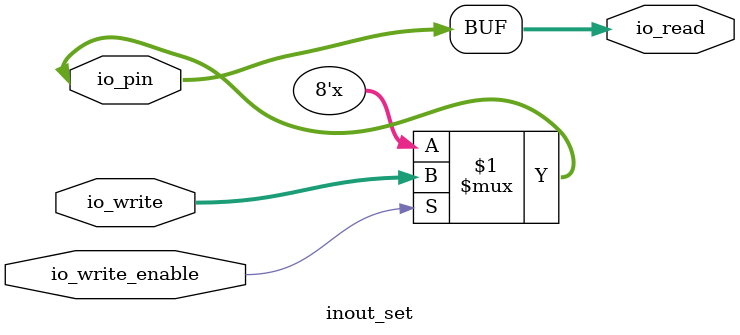
<source format=v>
module inout_set(     
  inout  [7:0] io_pin,
  input  [7:0] io_write,
  output [7:0] io_read,
  input        io_write_enable
);

  assign io_pin  = io_write_enable ? io_write : 8'hZZ;
  assign io_read = io_pin;

endmodule

</source>
